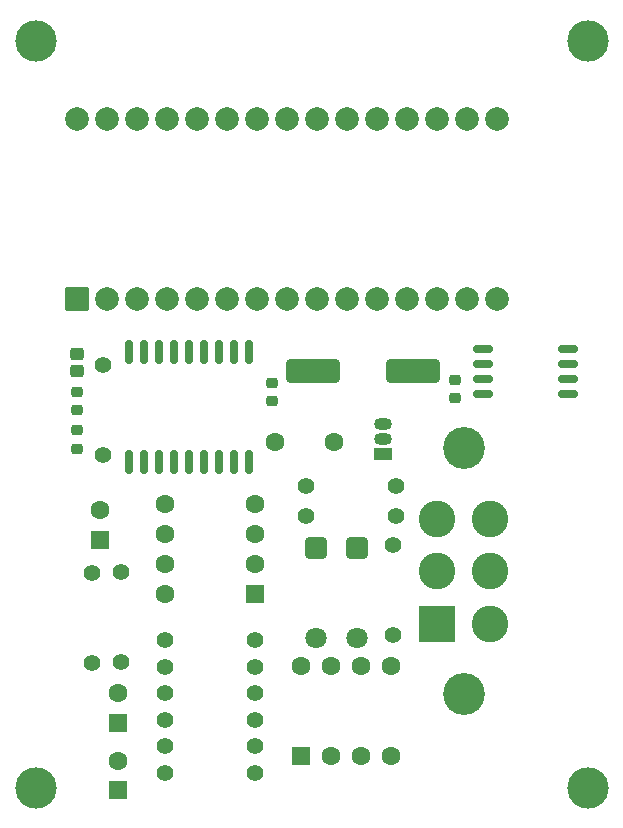
<source format=gbr>
%TF.GenerationSoftware,KiCad,Pcbnew,9.0.4*%
%TF.CreationDate,2025-11-23T23:56:54-07:00*%
%TF.ProjectId,New Tachometer,4e657720-5461-4636-986f-6d657465722e,rev?*%
%TF.SameCoordinates,Original*%
%TF.FileFunction,Soldermask,Top*%
%TF.FilePolarity,Negative*%
%FSLAX46Y46*%
G04 Gerber Fmt 4.6, Leading zero omitted, Abs format (unit mm)*
G04 Created by KiCad (PCBNEW 9.0.4) date 2025-11-23 23:56:54*
%MOMM*%
%LPD*%
G01*
G04 APERTURE LIST*
G04 Aperture macros list*
%AMRoundRect*
0 Rectangle with rounded corners*
0 $1 Rounding radius*
0 $2 $3 $4 $5 $6 $7 $8 $9 X,Y pos of 4 corners*
0 Add a 4 corners polygon primitive as box body*
4,1,4,$2,$3,$4,$5,$6,$7,$8,$9,$2,$3,0*
0 Add four circle primitives for the rounded corners*
1,1,$1+$1,$2,$3*
1,1,$1+$1,$4,$5*
1,1,$1+$1,$6,$7*
1,1,$1+$1,$8,$9*
0 Add four rect primitives between the rounded corners*
20,1,$1+$1,$2,$3,$4,$5,0*
20,1,$1+$1,$4,$5,$6,$7,0*
20,1,$1+$1,$6,$7,$8,$9,0*
20,1,$1+$1,$8,$9,$2,$3,0*%
G04 Aperture macros list end*
%ADD10C,1.400000*%
%ADD11RoundRect,0.250000X-2.000000X-0.750000X2.000000X-0.750000X2.000000X0.750000X-2.000000X0.750000X0*%
%ADD12RoundRect,0.150000X0.150000X-0.875000X0.150000X0.875000X-0.150000X0.875000X-0.150000X-0.875000X0*%
%ADD13RoundRect,0.102000X0.900000X-0.900000X0.900000X0.900000X-0.900000X0.900000X-0.900000X-0.900000X0*%
%ADD14C,2.004000*%
%ADD15RoundRect,0.250000X0.550000X-0.550000X0.550000X0.550000X-0.550000X0.550000X-0.550000X-0.550000X0*%
%ADD16C,1.600000*%
%ADD17RoundRect,0.250000X0.550000X0.550000X-0.550000X0.550000X-0.550000X-0.550000X0.550000X-0.550000X0*%
%ADD18RoundRect,0.250000X-0.650000X0.650000X-0.650000X-0.650000X0.650000X-0.650000X0.650000X0.650000X0*%
%ADD19C,1.800000*%
%ADD20RoundRect,0.225000X0.250000X-0.225000X0.250000X0.225000X-0.250000X0.225000X-0.250000X-0.225000X0*%
%ADD21RoundRect,0.162500X-0.650000X-0.162500X0.650000X-0.162500X0.650000X0.162500X-0.650000X0.162500X0*%
%ADD22C,3.550000*%
%ADD23RoundRect,0.102000X1.447500X-1.447500X1.447500X1.447500X-1.447500X1.447500X-1.447500X-1.447500X0*%
%ADD24C,3.099000*%
%ADD25C,3.500000*%
%ADD26RoundRect,0.250000X-0.315000X0.295000X-0.315000X-0.295000X0.315000X-0.295000X0.315000X0.295000X0*%
%ADD27R,1.500000X1.050000*%
%ADD28O,1.500000X1.050000*%
G04 APERTURE END LIST*
D10*
%TO.C,R10*%
X113810000Y-124750000D03*
X106190000Y-124750000D03*
%TD*%
D11*
%TO.C,X1*%
X118750000Y-95250000D03*
X127250000Y-95250000D03*
%TD*%
D10*
%TO.C,R2*%
X118130000Y-107500000D03*
X125750000Y-107500000D03*
%TD*%
%TO.C,R7*%
X106190000Y-122500000D03*
X113810000Y-122500000D03*
%TD*%
D12*
%TO.C,U3*%
X103170000Y-102900000D03*
X104440000Y-102900000D03*
X105710000Y-102900000D03*
X106980000Y-102900000D03*
X108250000Y-102900000D03*
X109520000Y-102900000D03*
X110790000Y-102900000D03*
X112060000Y-102900000D03*
X113330000Y-102900000D03*
X113330000Y-93600000D03*
X112060000Y-93600000D03*
X110790000Y-93600000D03*
X109520000Y-93600000D03*
X108250000Y-93600000D03*
X106980000Y-93600000D03*
X105710000Y-93600000D03*
X104440000Y-93600000D03*
X103170000Y-93600000D03*
%TD*%
D10*
%TO.C,R9*%
X106190000Y-129250000D03*
X113810000Y-129250000D03*
%TD*%
D13*
%TO.C,UNIT_1*%
X98767500Y-89120000D03*
D14*
X101307500Y-89120000D03*
X103847500Y-89120000D03*
X106387500Y-89120000D03*
X108927500Y-89120000D03*
X111467500Y-89120000D03*
X114007500Y-89120000D03*
X116547500Y-89120000D03*
X119087500Y-89120000D03*
X121627500Y-89120000D03*
X124167500Y-89120000D03*
X126707500Y-89120000D03*
X129247500Y-89120000D03*
X131787500Y-89120000D03*
X134327500Y-89120000D03*
X134327500Y-73880000D03*
X131787500Y-73880000D03*
X129247500Y-73880000D03*
X126707500Y-73880000D03*
X124167500Y-73880000D03*
X121627500Y-73880000D03*
X119087500Y-73880000D03*
X116547500Y-73880000D03*
X114007500Y-73880000D03*
X111467500Y-73880000D03*
X108927500Y-73880000D03*
X106387500Y-73880000D03*
X103847500Y-73880000D03*
X101307500Y-73880000D03*
X98767500Y-73880000D03*
%TD*%
D15*
%TO.C,C3*%
X102250000Y-125000000D03*
D16*
X102250000Y-122500000D03*
%TD*%
D17*
%TO.C,U1*%
X113805000Y-114120000D03*
D16*
X113805000Y-111580000D03*
X113805000Y-109040000D03*
X113805000Y-106500000D03*
X106185000Y-106500000D03*
X106185000Y-109040000D03*
X106185000Y-111580000D03*
X106185000Y-114120000D03*
%TD*%
D18*
%TO.C,D1*%
X119000000Y-110190000D03*
D19*
X119000000Y-117810000D03*
%TD*%
D10*
%TO.C,R11*%
X100000000Y-112294887D03*
X100000000Y-119914887D03*
%TD*%
%TO.C,R8*%
X106190000Y-127000000D03*
X113810000Y-127000000D03*
%TD*%
D20*
%TO.C,C15*%
X98750000Y-101800000D03*
X98750000Y-100250000D03*
%TD*%
D18*
%TO.C,D2*%
X122500000Y-110190000D03*
D19*
X122500000Y-117810000D03*
%TD*%
D10*
%TO.C,R3*%
X118130000Y-105000000D03*
X125750000Y-105000000D03*
%TD*%
D20*
%TO.C,C13*%
X130750000Y-97525000D03*
X130750000Y-95975000D03*
%TD*%
D21*
%TO.C,U4*%
X133162500Y-93345000D03*
X133162500Y-94615000D03*
X133162500Y-95885000D03*
X133162500Y-97155000D03*
X140337500Y-97155000D03*
X140337500Y-95885000D03*
X140337500Y-94615000D03*
X140337500Y-93345000D03*
%TD*%
D15*
%TO.C,U2*%
X117690000Y-127805000D03*
D16*
X120230000Y-127805000D03*
X122770000Y-127805000D03*
X125310000Y-127805000D03*
X125310000Y-120185000D03*
X122770000Y-120185000D03*
X120230000Y-120185000D03*
X117690000Y-120185000D03*
%TD*%
D22*
%TO.C,J1*%
X131500000Y-122580000D03*
X131500000Y-101750000D03*
D23*
X129270000Y-116615000D03*
D24*
X129270000Y-112165000D03*
X129270000Y-107725000D03*
X133720000Y-107725000D03*
X133720000Y-112165000D03*
X133720000Y-116615000D03*
%TD*%
D20*
%TO.C,C14*%
X115250000Y-97775000D03*
X115250000Y-96225000D03*
%TD*%
D25*
%TO.C,REF\u002A\u002A*%
X95250000Y-130500000D03*
%TD*%
D10*
%TO.C,R1*%
X125500000Y-117620000D03*
X125500000Y-110000000D03*
%TD*%
%TO.C,R4*%
X113810000Y-120250000D03*
X106190000Y-120250000D03*
%TD*%
%TO.C,R6*%
X106190000Y-118000000D03*
X113810000Y-118000000D03*
%TD*%
%TO.C,R13*%
X101000000Y-102310000D03*
X101000000Y-94690000D03*
%TD*%
D25*
%TO.C,REF\u002A\u002A*%
X142000000Y-67250000D03*
%TD*%
D26*
%TO.C,C11*%
X98750000Y-93810000D03*
X98750000Y-95240000D03*
%TD*%
D25*
%TO.C,REF\u002A\u002A*%
X95250000Y-67250000D03*
%TD*%
D20*
%TO.C,C12*%
X98750000Y-98550000D03*
X98750000Y-97000000D03*
%TD*%
D10*
%TO.C,R5*%
X102500000Y-119854887D03*
X102500000Y-112234887D03*
%TD*%
D15*
%TO.C,C2*%
X102250000Y-130705113D03*
D16*
X102250000Y-128205113D03*
%TD*%
D25*
%TO.C,REF\u002A\u002A*%
X142000000Y-130500000D03*
%TD*%
D16*
%TO.C,C4*%
X115500000Y-101250000D03*
X120500000Y-101250000D03*
%TD*%
D15*
%TO.C,C1*%
X100750000Y-109500000D03*
D16*
X100750000Y-107000000D03*
%TD*%
D27*
%TO.C,Q1*%
X124700000Y-102290000D03*
D28*
X124700000Y-101020000D03*
X124700000Y-99750000D03*
%TD*%
M02*

</source>
